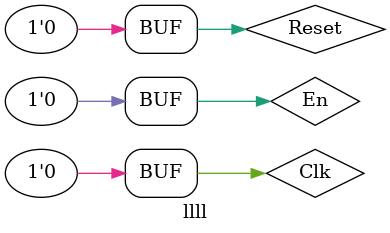
<source format=v>
`timescale 1ns / 1ps


module llll;

	// Inputs
	reg Clk;
	reg Reset;
	reg En;

	// Outputs
	wire [2:0] Output;
	wire Overflow;

	// Instantiate the Unit Under Test (UUT)
	gray uut (
		.Clk(Clk), 
		.Reset(Reset), 
		.En(En), 
		.Output(Output), 
		.Overflow(Overflow)
	);

	initial begin
		// Initialize Inputs
		Clk = 0;
		Reset = 0;
		En = 0;

		// Wait 100 ns for global reset to finish
		#100;
        
		// Add stimulus here

	end
      
endmodule


</source>
